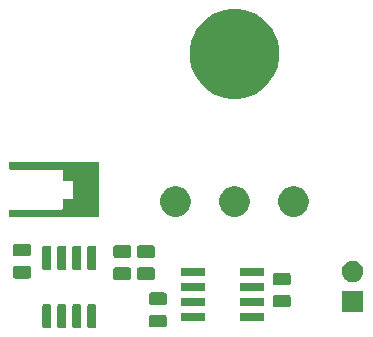
<source format=gts>
G04 #@! TF.GenerationSoftware,KiCad,Pcbnew,(5.1.6-0-10_14)*
G04 #@! TF.CreationDate,2020-10-13T19:53:42+09:00*
G04 #@! TF.ProjectId,teabiscuits_compute,74656162-6973-4637-9569-74735f636f6d,rev?*
G04 #@! TF.SameCoordinates,Original*
G04 #@! TF.FileFunction,Soldermask,Top*
G04 #@! TF.FilePolarity,Negative*
%FSLAX46Y46*%
G04 Gerber Fmt 4.6, Leading zero omitted, Abs format (unit mm)*
G04 Created by KiCad (PCBNEW (5.1.6-0-10_14)) date 2020-10-13 19:53:42*
%MOMM*%
%LPD*%
G01*
G04 APERTURE LIST*
%ADD10C,0.100000*%
G04 APERTURE END LIST*
D10*
G36*
X144664928Y-174451764D02*
G01*
X144686009Y-174458160D01*
X144705445Y-174468548D01*
X144722476Y-174482524D01*
X144736452Y-174499555D01*
X144746840Y-174518991D01*
X144753236Y-174540072D01*
X144756000Y-174568140D01*
X144756000Y-176381860D01*
X144753236Y-176409928D01*
X144746840Y-176431009D01*
X144736452Y-176450445D01*
X144722476Y-176467476D01*
X144705445Y-176481452D01*
X144686009Y-176491840D01*
X144664928Y-176498236D01*
X144636860Y-176501000D01*
X144173140Y-176501000D01*
X144145072Y-176498236D01*
X144123991Y-176491840D01*
X144104555Y-176481452D01*
X144087524Y-176467476D01*
X144073548Y-176450445D01*
X144063160Y-176431009D01*
X144056764Y-176409928D01*
X144054000Y-176381860D01*
X144054000Y-174568140D01*
X144056764Y-174540072D01*
X144063160Y-174518991D01*
X144073548Y-174499555D01*
X144087524Y-174482524D01*
X144104555Y-174468548D01*
X144123991Y-174458160D01*
X144145072Y-174451764D01*
X144173140Y-174449000D01*
X144636860Y-174449000D01*
X144664928Y-174451764D01*
G37*
G36*
X143394928Y-174451764D02*
G01*
X143416009Y-174458160D01*
X143435445Y-174468548D01*
X143452476Y-174482524D01*
X143466452Y-174499555D01*
X143476840Y-174518991D01*
X143483236Y-174540072D01*
X143486000Y-174568140D01*
X143486000Y-176381860D01*
X143483236Y-176409928D01*
X143476840Y-176431009D01*
X143466452Y-176450445D01*
X143452476Y-176467476D01*
X143435445Y-176481452D01*
X143416009Y-176491840D01*
X143394928Y-176498236D01*
X143366860Y-176501000D01*
X142903140Y-176501000D01*
X142875072Y-176498236D01*
X142853991Y-176491840D01*
X142834555Y-176481452D01*
X142817524Y-176467476D01*
X142803548Y-176450445D01*
X142793160Y-176431009D01*
X142786764Y-176409928D01*
X142784000Y-176381860D01*
X142784000Y-174568140D01*
X142786764Y-174540072D01*
X142793160Y-174518991D01*
X142803548Y-174499555D01*
X142817524Y-174482524D01*
X142834555Y-174468548D01*
X142853991Y-174458160D01*
X142875072Y-174451764D01*
X142903140Y-174449000D01*
X143366860Y-174449000D01*
X143394928Y-174451764D01*
G37*
G36*
X142124928Y-174451764D02*
G01*
X142146009Y-174458160D01*
X142165445Y-174468548D01*
X142182476Y-174482524D01*
X142196452Y-174499555D01*
X142206840Y-174518991D01*
X142213236Y-174540072D01*
X142216000Y-174568140D01*
X142216000Y-176381860D01*
X142213236Y-176409928D01*
X142206840Y-176431009D01*
X142196452Y-176450445D01*
X142182476Y-176467476D01*
X142165445Y-176481452D01*
X142146009Y-176491840D01*
X142124928Y-176498236D01*
X142096860Y-176501000D01*
X141633140Y-176501000D01*
X141605072Y-176498236D01*
X141583991Y-176491840D01*
X141564555Y-176481452D01*
X141547524Y-176467476D01*
X141533548Y-176450445D01*
X141523160Y-176431009D01*
X141516764Y-176409928D01*
X141514000Y-176381860D01*
X141514000Y-174568140D01*
X141516764Y-174540072D01*
X141523160Y-174518991D01*
X141533548Y-174499555D01*
X141547524Y-174482524D01*
X141564555Y-174468548D01*
X141583991Y-174458160D01*
X141605072Y-174451764D01*
X141633140Y-174449000D01*
X142096860Y-174449000D01*
X142124928Y-174451764D01*
G37*
G36*
X140854928Y-174451764D02*
G01*
X140876009Y-174458160D01*
X140895445Y-174468548D01*
X140912476Y-174482524D01*
X140926452Y-174499555D01*
X140936840Y-174518991D01*
X140943236Y-174540072D01*
X140946000Y-174568140D01*
X140946000Y-176381860D01*
X140943236Y-176409928D01*
X140936840Y-176431009D01*
X140926452Y-176450445D01*
X140912476Y-176467476D01*
X140895445Y-176481452D01*
X140876009Y-176491840D01*
X140854928Y-176498236D01*
X140826860Y-176501000D01*
X140363140Y-176501000D01*
X140335072Y-176498236D01*
X140313991Y-176491840D01*
X140294555Y-176481452D01*
X140277524Y-176467476D01*
X140263548Y-176450445D01*
X140253160Y-176431009D01*
X140246764Y-176409928D01*
X140244000Y-176381860D01*
X140244000Y-174568140D01*
X140246764Y-174540072D01*
X140253160Y-174518991D01*
X140263548Y-174499555D01*
X140277524Y-174482524D01*
X140294555Y-174468548D01*
X140313991Y-174458160D01*
X140335072Y-174451764D01*
X140363140Y-174449000D01*
X140826860Y-174449000D01*
X140854928Y-174451764D01*
G37*
G36*
X150584468Y-175341065D02*
G01*
X150623138Y-175352796D01*
X150658777Y-175371846D01*
X150690017Y-175397483D01*
X150715654Y-175428723D01*
X150734704Y-175464362D01*
X150746435Y-175503032D01*
X150751000Y-175549388D01*
X150751000Y-176200612D01*
X150746435Y-176246968D01*
X150734704Y-176285638D01*
X150715654Y-176321277D01*
X150690017Y-176352517D01*
X150658777Y-176378154D01*
X150623138Y-176397204D01*
X150584468Y-176408935D01*
X150538112Y-176413500D01*
X149461888Y-176413500D01*
X149415532Y-176408935D01*
X149376862Y-176397204D01*
X149341223Y-176378154D01*
X149309983Y-176352517D01*
X149284346Y-176321277D01*
X149265296Y-176285638D01*
X149253565Y-176246968D01*
X149249000Y-176200612D01*
X149249000Y-175549388D01*
X149253565Y-175503032D01*
X149265296Y-175464362D01*
X149284346Y-175428723D01*
X149309983Y-175397483D01*
X149341223Y-175371846D01*
X149376862Y-175352796D01*
X149415532Y-175341065D01*
X149461888Y-175336500D01*
X150538112Y-175336500D01*
X150584468Y-175341065D01*
G37*
G36*
X153934928Y-175191764D02*
G01*
X153956009Y-175198160D01*
X153975445Y-175208548D01*
X153992476Y-175222524D01*
X154006452Y-175239555D01*
X154016840Y-175258991D01*
X154023236Y-175280072D01*
X154026000Y-175308140D01*
X154026000Y-175771860D01*
X154023236Y-175799928D01*
X154016840Y-175821009D01*
X154006452Y-175840445D01*
X153992476Y-175857476D01*
X153975445Y-175871452D01*
X153956009Y-175881840D01*
X153934928Y-175888236D01*
X153906860Y-175891000D01*
X152093140Y-175891000D01*
X152065072Y-175888236D01*
X152043991Y-175881840D01*
X152024555Y-175871452D01*
X152007524Y-175857476D01*
X151993548Y-175840445D01*
X151983160Y-175821009D01*
X151976764Y-175799928D01*
X151974000Y-175771860D01*
X151974000Y-175308140D01*
X151976764Y-175280072D01*
X151983160Y-175258991D01*
X151993548Y-175239555D01*
X152007524Y-175222524D01*
X152024555Y-175208548D01*
X152043991Y-175198160D01*
X152065072Y-175191764D01*
X152093140Y-175189000D01*
X153906860Y-175189000D01*
X153934928Y-175191764D01*
G37*
G36*
X158884928Y-175191764D02*
G01*
X158906009Y-175198160D01*
X158925445Y-175208548D01*
X158942476Y-175222524D01*
X158956452Y-175239555D01*
X158966840Y-175258991D01*
X158973236Y-175280072D01*
X158976000Y-175308140D01*
X158976000Y-175771860D01*
X158973236Y-175799928D01*
X158966840Y-175821009D01*
X158956452Y-175840445D01*
X158942476Y-175857476D01*
X158925445Y-175871452D01*
X158906009Y-175881840D01*
X158884928Y-175888236D01*
X158856860Y-175891000D01*
X157043140Y-175891000D01*
X157015072Y-175888236D01*
X156993991Y-175881840D01*
X156974555Y-175871452D01*
X156957524Y-175857476D01*
X156943548Y-175840445D01*
X156933160Y-175821009D01*
X156926764Y-175799928D01*
X156924000Y-175771860D01*
X156924000Y-175308140D01*
X156926764Y-175280072D01*
X156933160Y-175258991D01*
X156943548Y-175239555D01*
X156957524Y-175222524D01*
X156974555Y-175208548D01*
X156993991Y-175198160D01*
X157015072Y-175191764D01*
X157043140Y-175189000D01*
X158856860Y-175189000D01*
X158884928Y-175191764D01*
G37*
G36*
X167401000Y-175111000D02*
G01*
X165599000Y-175111000D01*
X165599000Y-173309000D01*
X167401000Y-173309000D01*
X167401000Y-175111000D01*
G37*
G36*
X161084468Y-173653565D02*
G01*
X161123138Y-173665296D01*
X161158777Y-173684346D01*
X161190017Y-173709983D01*
X161215654Y-173741223D01*
X161234704Y-173776862D01*
X161246435Y-173815532D01*
X161251000Y-173861888D01*
X161251000Y-174513112D01*
X161246435Y-174559468D01*
X161234704Y-174598138D01*
X161215654Y-174633777D01*
X161190017Y-174665017D01*
X161158777Y-174690654D01*
X161123138Y-174709704D01*
X161084468Y-174721435D01*
X161038112Y-174726000D01*
X159961888Y-174726000D01*
X159915532Y-174721435D01*
X159876862Y-174709704D01*
X159841223Y-174690654D01*
X159809983Y-174665017D01*
X159784346Y-174633777D01*
X159765296Y-174598138D01*
X159753565Y-174559468D01*
X159749000Y-174513112D01*
X159749000Y-173861888D01*
X159753565Y-173815532D01*
X159765296Y-173776862D01*
X159784346Y-173741223D01*
X159809983Y-173709983D01*
X159841223Y-173684346D01*
X159876862Y-173665296D01*
X159915532Y-173653565D01*
X159961888Y-173649000D01*
X161038112Y-173649000D01*
X161084468Y-173653565D01*
G37*
G36*
X153934928Y-173921764D02*
G01*
X153956009Y-173928160D01*
X153975445Y-173938548D01*
X153992476Y-173952524D01*
X154006452Y-173969555D01*
X154016840Y-173988991D01*
X154023236Y-174010072D01*
X154026000Y-174038140D01*
X154026000Y-174501860D01*
X154023236Y-174529928D01*
X154016840Y-174551009D01*
X154006452Y-174570445D01*
X153992476Y-174587476D01*
X153975445Y-174601452D01*
X153956009Y-174611840D01*
X153934928Y-174618236D01*
X153906860Y-174621000D01*
X152093140Y-174621000D01*
X152065072Y-174618236D01*
X152043991Y-174611840D01*
X152024555Y-174601452D01*
X152007524Y-174587476D01*
X151993548Y-174570445D01*
X151983160Y-174551009D01*
X151976764Y-174529928D01*
X151974000Y-174501860D01*
X151974000Y-174038140D01*
X151976764Y-174010072D01*
X151983160Y-173988991D01*
X151993548Y-173969555D01*
X152007524Y-173952524D01*
X152024555Y-173938548D01*
X152043991Y-173928160D01*
X152065072Y-173921764D01*
X152093140Y-173919000D01*
X153906860Y-173919000D01*
X153934928Y-173921764D01*
G37*
G36*
X158884928Y-173921764D02*
G01*
X158906009Y-173928160D01*
X158925445Y-173938548D01*
X158942476Y-173952524D01*
X158956452Y-173969555D01*
X158966840Y-173988991D01*
X158973236Y-174010072D01*
X158976000Y-174038140D01*
X158976000Y-174501860D01*
X158973236Y-174529928D01*
X158966840Y-174551009D01*
X158956452Y-174570445D01*
X158942476Y-174587476D01*
X158925445Y-174601452D01*
X158906009Y-174611840D01*
X158884928Y-174618236D01*
X158856860Y-174621000D01*
X157043140Y-174621000D01*
X157015072Y-174618236D01*
X156993991Y-174611840D01*
X156974555Y-174601452D01*
X156957524Y-174587476D01*
X156943548Y-174570445D01*
X156933160Y-174551009D01*
X156926764Y-174529928D01*
X156924000Y-174501860D01*
X156924000Y-174038140D01*
X156926764Y-174010072D01*
X156933160Y-173988991D01*
X156943548Y-173969555D01*
X156957524Y-173952524D01*
X156974555Y-173938548D01*
X156993991Y-173928160D01*
X157015072Y-173921764D01*
X157043140Y-173919000D01*
X158856860Y-173919000D01*
X158884928Y-173921764D01*
G37*
G36*
X150584468Y-173466065D02*
G01*
X150623138Y-173477796D01*
X150658777Y-173496846D01*
X150690017Y-173522483D01*
X150715654Y-173553723D01*
X150734704Y-173589362D01*
X150746435Y-173628032D01*
X150751000Y-173674388D01*
X150751000Y-174325612D01*
X150746435Y-174371968D01*
X150734704Y-174410638D01*
X150715654Y-174446277D01*
X150690017Y-174477517D01*
X150658777Y-174503154D01*
X150623138Y-174522204D01*
X150584468Y-174533935D01*
X150538112Y-174538500D01*
X149461888Y-174538500D01*
X149415532Y-174533935D01*
X149376862Y-174522204D01*
X149341223Y-174503154D01*
X149309983Y-174477517D01*
X149284346Y-174446277D01*
X149265296Y-174410638D01*
X149253565Y-174371968D01*
X149249000Y-174325612D01*
X149249000Y-173674388D01*
X149253565Y-173628032D01*
X149265296Y-173589362D01*
X149284346Y-173553723D01*
X149309983Y-173522483D01*
X149341223Y-173496846D01*
X149376862Y-173477796D01*
X149415532Y-173466065D01*
X149461888Y-173461500D01*
X150538112Y-173461500D01*
X150584468Y-173466065D01*
G37*
G36*
X158884928Y-172651764D02*
G01*
X158906009Y-172658160D01*
X158925445Y-172668548D01*
X158942476Y-172682524D01*
X158956452Y-172699555D01*
X158966840Y-172718991D01*
X158973236Y-172740072D01*
X158976000Y-172768140D01*
X158976000Y-173231860D01*
X158973236Y-173259928D01*
X158966840Y-173281009D01*
X158956452Y-173300445D01*
X158942476Y-173317476D01*
X158925445Y-173331452D01*
X158906009Y-173341840D01*
X158884928Y-173348236D01*
X158856860Y-173351000D01*
X157043140Y-173351000D01*
X157015072Y-173348236D01*
X156993991Y-173341840D01*
X156974555Y-173331452D01*
X156957524Y-173317476D01*
X156943548Y-173300445D01*
X156933160Y-173281009D01*
X156926764Y-173259928D01*
X156924000Y-173231860D01*
X156924000Y-172768140D01*
X156926764Y-172740072D01*
X156933160Y-172718991D01*
X156943548Y-172699555D01*
X156957524Y-172682524D01*
X156974555Y-172668548D01*
X156993991Y-172658160D01*
X157015072Y-172651764D01*
X157043140Y-172649000D01*
X158856860Y-172649000D01*
X158884928Y-172651764D01*
G37*
G36*
X153934928Y-172651764D02*
G01*
X153956009Y-172658160D01*
X153975445Y-172668548D01*
X153992476Y-172682524D01*
X154006452Y-172699555D01*
X154016840Y-172718991D01*
X154023236Y-172740072D01*
X154026000Y-172768140D01*
X154026000Y-173231860D01*
X154023236Y-173259928D01*
X154016840Y-173281009D01*
X154006452Y-173300445D01*
X153992476Y-173317476D01*
X153975445Y-173331452D01*
X153956009Y-173341840D01*
X153934928Y-173348236D01*
X153906860Y-173351000D01*
X152093140Y-173351000D01*
X152065072Y-173348236D01*
X152043991Y-173341840D01*
X152024555Y-173331452D01*
X152007524Y-173317476D01*
X151993548Y-173300445D01*
X151983160Y-173281009D01*
X151976764Y-173259928D01*
X151974000Y-173231860D01*
X151974000Y-172768140D01*
X151976764Y-172740072D01*
X151983160Y-172718991D01*
X151993548Y-172699555D01*
X152007524Y-172682524D01*
X152024555Y-172668548D01*
X152043991Y-172658160D01*
X152065072Y-172651764D01*
X152093140Y-172649000D01*
X153906860Y-172649000D01*
X153934928Y-172651764D01*
G37*
G36*
X161084468Y-171778565D02*
G01*
X161123138Y-171790296D01*
X161158777Y-171809346D01*
X161190017Y-171834983D01*
X161215654Y-171866223D01*
X161234704Y-171901862D01*
X161246435Y-171940532D01*
X161251000Y-171986888D01*
X161251000Y-172638112D01*
X161246435Y-172684468D01*
X161234704Y-172723138D01*
X161215654Y-172758777D01*
X161190017Y-172790017D01*
X161158777Y-172815654D01*
X161123138Y-172834704D01*
X161084468Y-172846435D01*
X161038112Y-172851000D01*
X159961888Y-172851000D01*
X159915532Y-172846435D01*
X159876862Y-172834704D01*
X159841223Y-172815654D01*
X159809983Y-172790017D01*
X159784346Y-172758777D01*
X159765296Y-172723138D01*
X159753565Y-172684468D01*
X159749000Y-172638112D01*
X159749000Y-171986888D01*
X159753565Y-171940532D01*
X159765296Y-171901862D01*
X159784346Y-171866223D01*
X159809983Y-171834983D01*
X159841223Y-171809346D01*
X159876862Y-171790296D01*
X159915532Y-171778565D01*
X159961888Y-171774000D01*
X161038112Y-171774000D01*
X161084468Y-171778565D01*
G37*
G36*
X166613512Y-170773927D02*
G01*
X166762812Y-170803624D01*
X166926784Y-170871544D01*
X167074354Y-170970147D01*
X167199853Y-171095646D01*
X167298456Y-171243216D01*
X167366376Y-171407188D01*
X167401000Y-171581259D01*
X167401000Y-171758741D01*
X167366376Y-171932812D01*
X167298456Y-172096784D01*
X167199853Y-172244354D01*
X167074354Y-172369853D01*
X166926784Y-172468456D01*
X166762812Y-172536376D01*
X166613512Y-172566073D01*
X166588742Y-172571000D01*
X166411258Y-172571000D01*
X166386488Y-172566073D01*
X166237188Y-172536376D01*
X166073216Y-172468456D01*
X165925646Y-172369853D01*
X165800147Y-172244354D01*
X165701544Y-172096784D01*
X165633624Y-171932812D01*
X165599000Y-171758741D01*
X165599000Y-171581259D01*
X165633624Y-171407188D01*
X165701544Y-171243216D01*
X165800147Y-171095646D01*
X165925646Y-170970147D01*
X166073216Y-170871544D01*
X166237188Y-170803624D01*
X166386488Y-170773927D01*
X166411258Y-170769000D01*
X166588742Y-170769000D01*
X166613512Y-170773927D01*
G37*
G36*
X149584468Y-171341065D02*
G01*
X149623138Y-171352796D01*
X149658777Y-171371846D01*
X149690017Y-171397483D01*
X149715654Y-171428723D01*
X149734704Y-171464362D01*
X149746435Y-171503032D01*
X149751000Y-171549388D01*
X149751000Y-172200612D01*
X149746435Y-172246968D01*
X149734704Y-172285638D01*
X149715654Y-172321277D01*
X149690017Y-172352517D01*
X149658777Y-172378154D01*
X149623138Y-172397204D01*
X149584468Y-172408935D01*
X149538112Y-172413500D01*
X148461888Y-172413500D01*
X148415532Y-172408935D01*
X148376862Y-172397204D01*
X148341223Y-172378154D01*
X148309983Y-172352517D01*
X148284346Y-172321277D01*
X148265296Y-172285638D01*
X148253565Y-172246968D01*
X148249000Y-172200612D01*
X148249000Y-171549388D01*
X148253565Y-171503032D01*
X148265296Y-171464362D01*
X148284346Y-171428723D01*
X148309983Y-171397483D01*
X148341223Y-171371846D01*
X148376862Y-171352796D01*
X148415532Y-171341065D01*
X148461888Y-171336500D01*
X149538112Y-171336500D01*
X149584468Y-171341065D01*
G37*
G36*
X147584468Y-171341065D02*
G01*
X147623138Y-171352796D01*
X147658777Y-171371846D01*
X147690017Y-171397483D01*
X147715654Y-171428723D01*
X147734704Y-171464362D01*
X147746435Y-171503032D01*
X147751000Y-171549388D01*
X147751000Y-172200612D01*
X147746435Y-172246968D01*
X147734704Y-172285638D01*
X147715654Y-172321277D01*
X147690017Y-172352517D01*
X147658777Y-172378154D01*
X147623138Y-172397204D01*
X147584468Y-172408935D01*
X147538112Y-172413500D01*
X146461888Y-172413500D01*
X146415532Y-172408935D01*
X146376862Y-172397204D01*
X146341223Y-172378154D01*
X146309983Y-172352517D01*
X146284346Y-172321277D01*
X146265296Y-172285638D01*
X146253565Y-172246968D01*
X146249000Y-172200612D01*
X146249000Y-171549388D01*
X146253565Y-171503032D01*
X146265296Y-171464362D01*
X146284346Y-171428723D01*
X146309983Y-171397483D01*
X146341223Y-171371846D01*
X146376862Y-171352796D01*
X146415532Y-171341065D01*
X146461888Y-171336500D01*
X147538112Y-171336500D01*
X147584468Y-171341065D01*
G37*
G36*
X139084468Y-171216065D02*
G01*
X139123138Y-171227796D01*
X139158777Y-171246846D01*
X139190017Y-171272483D01*
X139215654Y-171303723D01*
X139234704Y-171339362D01*
X139246435Y-171378032D01*
X139251000Y-171424388D01*
X139251000Y-172075612D01*
X139246435Y-172121968D01*
X139234704Y-172160638D01*
X139215654Y-172196277D01*
X139190017Y-172227517D01*
X139158777Y-172253154D01*
X139123138Y-172272204D01*
X139084468Y-172283935D01*
X139038112Y-172288500D01*
X137961888Y-172288500D01*
X137915532Y-172283935D01*
X137876862Y-172272204D01*
X137841223Y-172253154D01*
X137809983Y-172227517D01*
X137784346Y-172196277D01*
X137765296Y-172160638D01*
X137753565Y-172121968D01*
X137749000Y-172075612D01*
X137749000Y-171424388D01*
X137753565Y-171378032D01*
X137765296Y-171339362D01*
X137784346Y-171303723D01*
X137809983Y-171272483D01*
X137841223Y-171246846D01*
X137876862Y-171227796D01*
X137915532Y-171216065D01*
X137961888Y-171211500D01*
X139038112Y-171211500D01*
X139084468Y-171216065D01*
G37*
G36*
X153934928Y-171381764D02*
G01*
X153956009Y-171388160D01*
X153975445Y-171398548D01*
X153992476Y-171412524D01*
X154006452Y-171429555D01*
X154016840Y-171448991D01*
X154023236Y-171470072D01*
X154026000Y-171498140D01*
X154026000Y-171961860D01*
X154023236Y-171989928D01*
X154016840Y-172011009D01*
X154006452Y-172030445D01*
X153992476Y-172047476D01*
X153975445Y-172061452D01*
X153956009Y-172071840D01*
X153934928Y-172078236D01*
X153906860Y-172081000D01*
X152093140Y-172081000D01*
X152065072Y-172078236D01*
X152043991Y-172071840D01*
X152024555Y-172061452D01*
X152007524Y-172047476D01*
X151993548Y-172030445D01*
X151983160Y-172011009D01*
X151976764Y-171989928D01*
X151974000Y-171961860D01*
X151974000Y-171498140D01*
X151976764Y-171470072D01*
X151983160Y-171448991D01*
X151993548Y-171429555D01*
X152007524Y-171412524D01*
X152024555Y-171398548D01*
X152043991Y-171388160D01*
X152065072Y-171381764D01*
X152093140Y-171379000D01*
X153906860Y-171379000D01*
X153934928Y-171381764D01*
G37*
G36*
X158884928Y-171381764D02*
G01*
X158906009Y-171388160D01*
X158925445Y-171398548D01*
X158942476Y-171412524D01*
X158956452Y-171429555D01*
X158966840Y-171448991D01*
X158973236Y-171470072D01*
X158976000Y-171498140D01*
X158976000Y-171961860D01*
X158973236Y-171989928D01*
X158966840Y-172011009D01*
X158956452Y-172030445D01*
X158942476Y-172047476D01*
X158925445Y-172061452D01*
X158906009Y-172071840D01*
X158884928Y-172078236D01*
X158856860Y-172081000D01*
X157043140Y-172081000D01*
X157015072Y-172078236D01*
X156993991Y-172071840D01*
X156974555Y-172061452D01*
X156957524Y-172047476D01*
X156943548Y-172030445D01*
X156933160Y-172011009D01*
X156926764Y-171989928D01*
X156924000Y-171961860D01*
X156924000Y-171498140D01*
X156926764Y-171470072D01*
X156933160Y-171448991D01*
X156943548Y-171429555D01*
X156957524Y-171412524D01*
X156974555Y-171398548D01*
X156993991Y-171388160D01*
X157015072Y-171381764D01*
X157043140Y-171379000D01*
X158856860Y-171379000D01*
X158884928Y-171381764D01*
G37*
G36*
X140854928Y-169501764D02*
G01*
X140876009Y-169508160D01*
X140895445Y-169518548D01*
X140912476Y-169532524D01*
X140926452Y-169549555D01*
X140936840Y-169568991D01*
X140943236Y-169590072D01*
X140946000Y-169618140D01*
X140946000Y-171431860D01*
X140943236Y-171459928D01*
X140936840Y-171481009D01*
X140926452Y-171500445D01*
X140912476Y-171517476D01*
X140895445Y-171531452D01*
X140876009Y-171541840D01*
X140854928Y-171548236D01*
X140826860Y-171551000D01*
X140363140Y-171551000D01*
X140335072Y-171548236D01*
X140313991Y-171541840D01*
X140294555Y-171531452D01*
X140277524Y-171517476D01*
X140263548Y-171500445D01*
X140253160Y-171481009D01*
X140246764Y-171459928D01*
X140244000Y-171431860D01*
X140244000Y-169618140D01*
X140246764Y-169590072D01*
X140253160Y-169568991D01*
X140263548Y-169549555D01*
X140277524Y-169532524D01*
X140294555Y-169518548D01*
X140313991Y-169508160D01*
X140335072Y-169501764D01*
X140363140Y-169499000D01*
X140826860Y-169499000D01*
X140854928Y-169501764D01*
G37*
G36*
X142124928Y-169501764D02*
G01*
X142146009Y-169508160D01*
X142165445Y-169518548D01*
X142182476Y-169532524D01*
X142196452Y-169549555D01*
X142206840Y-169568991D01*
X142213236Y-169590072D01*
X142216000Y-169618140D01*
X142216000Y-171431860D01*
X142213236Y-171459928D01*
X142206840Y-171481009D01*
X142196452Y-171500445D01*
X142182476Y-171517476D01*
X142165445Y-171531452D01*
X142146009Y-171541840D01*
X142124928Y-171548236D01*
X142096860Y-171551000D01*
X141633140Y-171551000D01*
X141605072Y-171548236D01*
X141583991Y-171541840D01*
X141564555Y-171531452D01*
X141547524Y-171517476D01*
X141533548Y-171500445D01*
X141523160Y-171481009D01*
X141516764Y-171459928D01*
X141514000Y-171431860D01*
X141514000Y-169618140D01*
X141516764Y-169590072D01*
X141523160Y-169568991D01*
X141533548Y-169549555D01*
X141547524Y-169532524D01*
X141564555Y-169518548D01*
X141583991Y-169508160D01*
X141605072Y-169501764D01*
X141633140Y-169499000D01*
X142096860Y-169499000D01*
X142124928Y-169501764D01*
G37*
G36*
X143394928Y-169501764D02*
G01*
X143416009Y-169508160D01*
X143435445Y-169518548D01*
X143452476Y-169532524D01*
X143466452Y-169549555D01*
X143476840Y-169568991D01*
X143483236Y-169590072D01*
X143486000Y-169618140D01*
X143486000Y-171431860D01*
X143483236Y-171459928D01*
X143476840Y-171481009D01*
X143466452Y-171500445D01*
X143452476Y-171517476D01*
X143435445Y-171531452D01*
X143416009Y-171541840D01*
X143394928Y-171548236D01*
X143366860Y-171551000D01*
X142903140Y-171551000D01*
X142875072Y-171548236D01*
X142853991Y-171541840D01*
X142834555Y-171531452D01*
X142817524Y-171517476D01*
X142803548Y-171500445D01*
X142793160Y-171481009D01*
X142786764Y-171459928D01*
X142784000Y-171431860D01*
X142784000Y-169618140D01*
X142786764Y-169590072D01*
X142793160Y-169568991D01*
X142803548Y-169549555D01*
X142817524Y-169532524D01*
X142834555Y-169518548D01*
X142853991Y-169508160D01*
X142875072Y-169501764D01*
X142903140Y-169499000D01*
X143366860Y-169499000D01*
X143394928Y-169501764D01*
G37*
G36*
X144664928Y-169501764D02*
G01*
X144686009Y-169508160D01*
X144705445Y-169518548D01*
X144722476Y-169532524D01*
X144736452Y-169549555D01*
X144746840Y-169568991D01*
X144753236Y-169590072D01*
X144756000Y-169618140D01*
X144756000Y-171431860D01*
X144753236Y-171459928D01*
X144746840Y-171481009D01*
X144736452Y-171500445D01*
X144722476Y-171517476D01*
X144705445Y-171531452D01*
X144686009Y-171541840D01*
X144664928Y-171548236D01*
X144636860Y-171551000D01*
X144173140Y-171551000D01*
X144145072Y-171548236D01*
X144123991Y-171541840D01*
X144104555Y-171531452D01*
X144087524Y-171517476D01*
X144073548Y-171500445D01*
X144063160Y-171481009D01*
X144056764Y-171459928D01*
X144054000Y-171431860D01*
X144054000Y-169618140D01*
X144056764Y-169590072D01*
X144063160Y-169568991D01*
X144073548Y-169549555D01*
X144087524Y-169532524D01*
X144104555Y-169518548D01*
X144123991Y-169508160D01*
X144145072Y-169501764D01*
X144173140Y-169499000D01*
X144636860Y-169499000D01*
X144664928Y-169501764D01*
G37*
G36*
X149584468Y-169466065D02*
G01*
X149623138Y-169477796D01*
X149658777Y-169496846D01*
X149690017Y-169522483D01*
X149715654Y-169553723D01*
X149734704Y-169589362D01*
X149746435Y-169628032D01*
X149751000Y-169674388D01*
X149751000Y-170325612D01*
X149746435Y-170371968D01*
X149734704Y-170410638D01*
X149715654Y-170446277D01*
X149690017Y-170477517D01*
X149658777Y-170503154D01*
X149623138Y-170522204D01*
X149584468Y-170533935D01*
X149538112Y-170538500D01*
X148461888Y-170538500D01*
X148415532Y-170533935D01*
X148376862Y-170522204D01*
X148341223Y-170503154D01*
X148309983Y-170477517D01*
X148284346Y-170446277D01*
X148265296Y-170410638D01*
X148253565Y-170371968D01*
X148249000Y-170325612D01*
X148249000Y-169674388D01*
X148253565Y-169628032D01*
X148265296Y-169589362D01*
X148284346Y-169553723D01*
X148309983Y-169522483D01*
X148341223Y-169496846D01*
X148376862Y-169477796D01*
X148415532Y-169466065D01*
X148461888Y-169461500D01*
X149538112Y-169461500D01*
X149584468Y-169466065D01*
G37*
G36*
X147584468Y-169466065D02*
G01*
X147623138Y-169477796D01*
X147658777Y-169496846D01*
X147690017Y-169522483D01*
X147715654Y-169553723D01*
X147734704Y-169589362D01*
X147746435Y-169628032D01*
X147751000Y-169674388D01*
X147751000Y-170325612D01*
X147746435Y-170371968D01*
X147734704Y-170410638D01*
X147715654Y-170446277D01*
X147690017Y-170477517D01*
X147658777Y-170503154D01*
X147623138Y-170522204D01*
X147584468Y-170533935D01*
X147538112Y-170538500D01*
X146461888Y-170538500D01*
X146415532Y-170533935D01*
X146376862Y-170522204D01*
X146341223Y-170503154D01*
X146309983Y-170477517D01*
X146284346Y-170446277D01*
X146265296Y-170410638D01*
X146253565Y-170371968D01*
X146249000Y-170325612D01*
X146249000Y-169674388D01*
X146253565Y-169628032D01*
X146265296Y-169589362D01*
X146284346Y-169553723D01*
X146309983Y-169522483D01*
X146341223Y-169496846D01*
X146376862Y-169477796D01*
X146415532Y-169466065D01*
X146461888Y-169461500D01*
X147538112Y-169461500D01*
X147584468Y-169466065D01*
G37*
G36*
X139084468Y-169341065D02*
G01*
X139123138Y-169352796D01*
X139158777Y-169371846D01*
X139190017Y-169397483D01*
X139215654Y-169428723D01*
X139234704Y-169464362D01*
X139246435Y-169503032D01*
X139251000Y-169549388D01*
X139251000Y-170200612D01*
X139246435Y-170246968D01*
X139234704Y-170285638D01*
X139215654Y-170321277D01*
X139190017Y-170352517D01*
X139158777Y-170378154D01*
X139123138Y-170397204D01*
X139084468Y-170408935D01*
X139038112Y-170413500D01*
X137961888Y-170413500D01*
X137915532Y-170408935D01*
X137876862Y-170397204D01*
X137841223Y-170378154D01*
X137809983Y-170352517D01*
X137784346Y-170321277D01*
X137765296Y-170285638D01*
X137753565Y-170246968D01*
X137749000Y-170200612D01*
X137749000Y-169549388D01*
X137753565Y-169503032D01*
X137765296Y-169464362D01*
X137784346Y-169428723D01*
X137809983Y-169397483D01*
X137841223Y-169371846D01*
X137876862Y-169352796D01*
X137915532Y-169341065D01*
X137961888Y-169336500D01*
X139038112Y-169336500D01*
X139084468Y-169341065D01*
G37*
G36*
X145009999Y-162399737D02*
G01*
X145019608Y-162402652D01*
X145028472Y-162407390D01*
X145036237Y-162413763D01*
X145042610Y-162421528D01*
X145047348Y-162430392D01*
X145050263Y-162440001D01*
X145051852Y-162456140D01*
X145051852Y-163923860D01*
X145050263Y-163939999D01*
X145047347Y-163949611D01*
X145039080Y-163965077D01*
X145029702Y-163987715D01*
X145024922Y-164011749D01*
X145024922Y-164036253D01*
X145029702Y-164060286D01*
X145039080Y-164082925D01*
X145051000Y-164100765D01*
X145051000Y-165399712D01*
X145045386Y-165406553D01*
X145033835Y-165428164D01*
X145026722Y-165451613D01*
X145024320Y-165475999D01*
X145026722Y-165500385D01*
X145033835Y-165523834D01*
X145039080Y-165534923D01*
X145047347Y-165550389D01*
X145050263Y-165560001D01*
X145051852Y-165576140D01*
X145051852Y-167043860D01*
X145050263Y-167059999D01*
X145047348Y-167069608D01*
X145042610Y-167078472D01*
X145036237Y-167086237D01*
X145028472Y-167092610D01*
X145019608Y-167097348D01*
X145009999Y-167100263D01*
X144993860Y-167101852D01*
X137506140Y-167101852D01*
X137490001Y-167100263D01*
X137480392Y-167097348D01*
X137471528Y-167092610D01*
X137463763Y-167086237D01*
X137457390Y-167078472D01*
X137452652Y-167069608D01*
X137449737Y-167059999D01*
X137448148Y-167043860D01*
X137448148Y-166506140D01*
X137449737Y-166490001D01*
X137452652Y-166480392D01*
X137457390Y-166471528D01*
X137463763Y-166463763D01*
X137471528Y-166457390D01*
X137480392Y-166452652D01*
X137490001Y-166449737D01*
X137506140Y-166448148D01*
X141823149Y-166448148D01*
X141847535Y-166445746D01*
X141870984Y-166438633D01*
X141892595Y-166427082D01*
X141911537Y-166411537D01*
X141927082Y-166392595D01*
X141938633Y-166370984D01*
X141945746Y-166347535D01*
X141948148Y-166323149D01*
X141948148Y-165576140D01*
X141949737Y-165560001D01*
X141952652Y-165550392D01*
X141957390Y-165541528D01*
X141963763Y-165533763D01*
X141971528Y-165527390D01*
X141980392Y-165522652D01*
X141990001Y-165519737D01*
X142006140Y-165518148D01*
X142724001Y-165518148D01*
X142748387Y-165515746D01*
X142771836Y-165508633D01*
X142793447Y-165497082D01*
X142812389Y-165481537D01*
X142827934Y-165462595D01*
X142839485Y-165440984D01*
X142846598Y-165417535D01*
X142849000Y-165393149D01*
X142849000Y-164106851D01*
X142846598Y-164082465D01*
X142839485Y-164059016D01*
X142827934Y-164037405D01*
X142812389Y-164018463D01*
X142793447Y-164002918D01*
X142771836Y-163991367D01*
X142748387Y-163984254D01*
X142724001Y-163981852D01*
X142006140Y-163981852D01*
X141990001Y-163980263D01*
X141980392Y-163977348D01*
X141971528Y-163972610D01*
X141963763Y-163966237D01*
X141957390Y-163958472D01*
X141952652Y-163949608D01*
X141949737Y-163939999D01*
X141948148Y-163923860D01*
X141948148Y-163176851D01*
X141945746Y-163152465D01*
X141938633Y-163129016D01*
X141927082Y-163107405D01*
X141911537Y-163088463D01*
X141892595Y-163072918D01*
X141870984Y-163061367D01*
X141847535Y-163054254D01*
X141823149Y-163051852D01*
X137506140Y-163051852D01*
X137490001Y-163050263D01*
X137480392Y-163047348D01*
X137471528Y-163042610D01*
X137463763Y-163036237D01*
X137457390Y-163028472D01*
X137452652Y-163019608D01*
X137449737Y-163009999D01*
X137448148Y-162993860D01*
X137448148Y-162456140D01*
X137449737Y-162440001D01*
X137452652Y-162430392D01*
X137457390Y-162421528D01*
X137463763Y-162413763D01*
X137471528Y-162407390D01*
X137480392Y-162402652D01*
X137490001Y-162399737D01*
X137506140Y-162398148D01*
X144993860Y-162398148D01*
X145009999Y-162399737D01*
G37*
G36*
X156879487Y-164498996D02*
G01*
X157116253Y-164597068D01*
X157116255Y-164597069D01*
X157329339Y-164739447D01*
X157510553Y-164920661D01*
X157652932Y-165133747D01*
X157751004Y-165370513D01*
X157801000Y-165621861D01*
X157801000Y-165878139D01*
X157751004Y-166129487D01*
X157670786Y-166323149D01*
X157652931Y-166366255D01*
X157510553Y-166579339D01*
X157329339Y-166760553D01*
X157116255Y-166902931D01*
X157116254Y-166902932D01*
X157116253Y-166902932D01*
X156879487Y-167001004D01*
X156628139Y-167051000D01*
X156371861Y-167051000D01*
X156120513Y-167001004D01*
X155883747Y-166902932D01*
X155883746Y-166902932D01*
X155883745Y-166902931D01*
X155670661Y-166760553D01*
X155489447Y-166579339D01*
X155347069Y-166366255D01*
X155329214Y-166323149D01*
X155248996Y-166129487D01*
X155199000Y-165878139D01*
X155199000Y-165621861D01*
X155248996Y-165370513D01*
X155347068Y-165133747D01*
X155489447Y-164920661D01*
X155670661Y-164739447D01*
X155883745Y-164597069D01*
X155883747Y-164597068D01*
X156120513Y-164498996D01*
X156371861Y-164449000D01*
X156628139Y-164449000D01*
X156879487Y-164498996D01*
G37*
G36*
X161879487Y-164498996D02*
G01*
X162116253Y-164597068D01*
X162116255Y-164597069D01*
X162329339Y-164739447D01*
X162510553Y-164920661D01*
X162652932Y-165133747D01*
X162751004Y-165370513D01*
X162801000Y-165621861D01*
X162801000Y-165878139D01*
X162751004Y-166129487D01*
X162670786Y-166323149D01*
X162652931Y-166366255D01*
X162510553Y-166579339D01*
X162329339Y-166760553D01*
X162116255Y-166902931D01*
X162116254Y-166902932D01*
X162116253Y-166902932D01*
X161879487Y-167001004D01*
X161628139Y-167051000D01*
X161371861Y-167051000D01*
X161120513Y-167001004D01*
X160883747Y-166902932D01*
X160883746Y-166902932D01*
X160883745Y-166902931D01*
X160670661Y-166760553D01*
X160489447Y-166579339D01*
X160347069Y-166366255D01*
X160329214Y-166323149D01*
X160248996Y-166129487D01*
X160199000Y-165878139D01*
X160199000Y-165621861D01*
X160248996Y-165370513D01*
X160347068Y-165133747D01*
X160489447Y-164920661D01*
X160670661Y-164739447D01*
X160883745Y-164597069D01*
X160883747Y-164597068D01*
X161120513Y-164498996D01*
X161371861Y-164449000D01*
X161628139Y-164449000D01*
X161879487Y-164498996D01*
G37*
G36*
X151879487Y-164498996D02*
G01*
X152116253Y-164597068D01*
X152116255Y-164597069D01*
X152329339Y-164739447D01*
X152510553Y-164920661D01*
X152652932Y-165133747D01*
X152751004Y-165370513D01*
X152801000Y-165621861D01*
X152801000Y-165878139D01*
X152751004Y-166129487D01*
X152670786Y-166323149D01*
X152652931Y-166366255D01*
X152510553Y-166579339D01*
X152329339Y-166760553D01*
X152116255Y-166902931D01*
X152116254Y-166902932D01*
X152116253Y-166902932D01*
X151879487Y-167001004D01*
X151628139Y-167051000D01*
X151371861Y-167051000D01*
X151120513Y-167001004D01*
X150883747Y-166902932D01*
X150883746Y-166902932D01*
X150883745Y-166902931D01*
X150670661Y-166760553D01*
X150489447Y-166579339D01*
X150347069Y-166366255D01*
X150329214Y-166323149D01*
X150248996Y-166129487D01*
X150199000Y-165878139D01*
X150199000Y-165621861D01*
X150248996Y-165370513D01*
X150347068Y-165133747D01*
X150489447Y-164920661D01*
X150670661Y-164739447D01*
X150883745Y-164597069D01*
X150883747Y-164597068D01*
X151120513Y-164498996D01*
X151371861Y-164449000D01*
X151628139Y-164449000D01*
X151879487Y-164498996D01*
G37*
G36*
X157608710Y-149595070D02*
G01*
X158300447Y-149881597D01*
X158300448Y-149881598D01*
X158922996Y-150297571D01*
X159452429Y-150827004D01*
X159730374Y-151242978D01*
X159868403Y-151449553D01*
X160154930Y-152141290D01*
X160301000Y-152875633D01*
X160301000Y-153624367D01*
X160154930Y-154358710D01*
X159868403Y-155050447D01*
X159868402Y-155050448D01*
X159452429Y-155672996D01*
X158922996Y-156202429D01*
X158507022Y-156480374D01*
X158300447Y-156618403D01*
X157608710Y-156904930D01*
X156874367Y-157051000D01*
X156125633Y-157051000D01*
X155391290Y-156904930D01*
X154699553Y-156618403D01*
X154492978Y-156480374D01*
X154077004Y-156202429D01*
X153547571Y-155672996D01*
X153131598Y-155050448D01*
X153131597Y-155050447D01*
X152845070Y-154358710D01*
X152699000Y-153624367D01*
X152699000Y-152875633D01*
X152845070Y-152141290D01*
X153131597Y-151449553D01*
X153269626Y-151242978D01*
X153547571Y-150827004D01*
X154077004Y-150297571D01*
X154699552Y-149881598D01*
X154699553Y-149881597D01*
X155391290Y-149595070D01*
X156125633Y-149449000D01*
X156874367Y-149449000D01*
X157608710Y-149595070D01*
G37*
M02*

</source>
